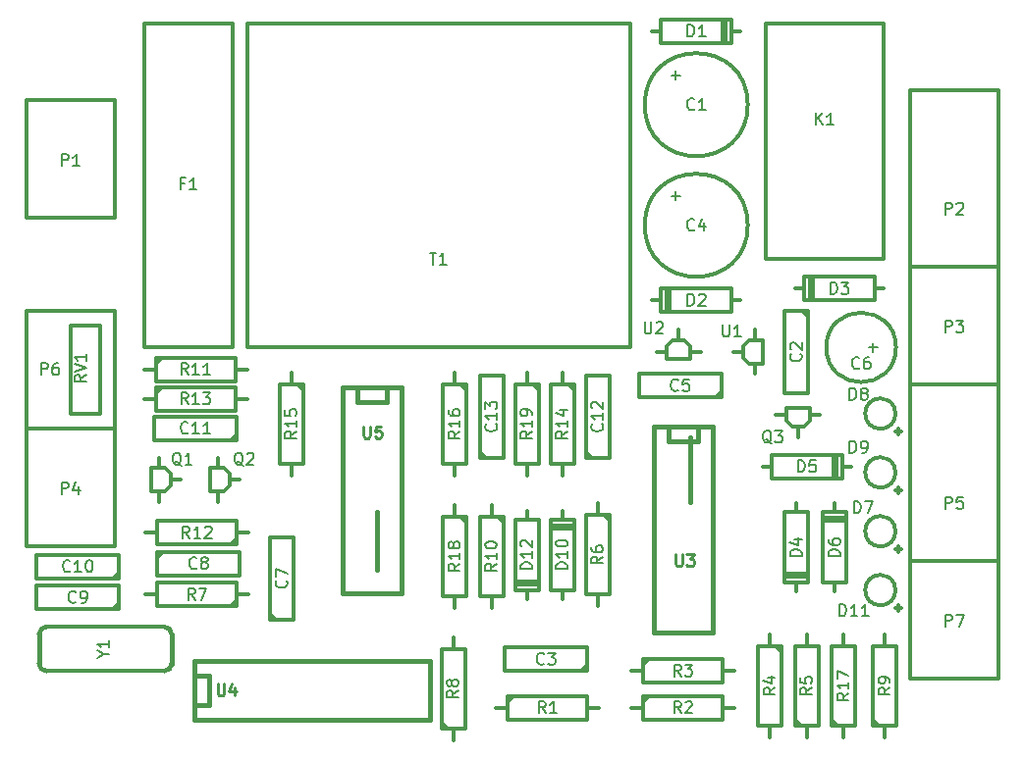
<source format=gto>
G04 #@! TF.GenerationSoftware,KiCad,Pcbnew,(5.0.1-3-g963ef8bb5)*
G04 #@! TF.CreationDate,2019-01-03T16:06:43+01:00*
G04 #@! TF.ProjectId,AnalogEVSE,416E616C6F67455653452E6B69636164,1.6*
G04 #@! TF.SameCoordinates,Original*
G04 #@! TF.FileFunction,Legend,Top*
G04 #@! TF.FilePolarity,Positive*
%FSLAX46Y46*%
G04 Gerber Fmt 4.6, Leading zero omitted, Abs format (unit mm)*
G04 Created by KiCad (PCBNEW (5.0.1-3-g963ef8bb5)) date 2019 January 03, Thursday 16:06:43*
%MOMM*%
%LPD*%
G01*
G04 APERTURE LIST*
%ADD10C,0.400000*%
%ADD11C,0.200000*%
%ADD12C,0.150000*%
%ADD13C,0.304800*%
%ADD14C,0.381000*%
%ADD15C,0.380000*%
%ADD16C,0.300000*%
%ADD17C,0.203200*%
%ADD18C,0.250000*%
G04 APERTURE END LIST*
D10*
X164592000Y-72136000D02*
X164592000Y-66573400D01*
D11*
X137541000Y-77978000D02*
X137668000Y-77978000D01*
D10*
X137541000Y-73025000D02*
X137541000Y-77978000D01*
D12*
G04 #@! TO.C,C1*
X163703000Y-35306000D02*
X162941000Y-35306000D01*
X163322000Y-34925000D02*
X163322000Y-35687000D01*
D13*
X169545000Y-37846000D02*
G75*
G03X169545000Y-37846000I-4445000J0D01*
G01*
G04 #@! TO.C,C2*
X174752000Y-55626000D02*
X174752000Y-62738000D01*
X174752000Y-62738000D02*
X172720000Y-62738000D01*
X172720000Y-62738000D02*
X172720000Y-55626000D01*
X172720000Y-55626000D02*
X174752000Y-55626000D01*
X174244000Y-55626000D02*
X174752000Y-56134000D01*
G04 #@! TO.C,C3*
X155702000Y-86741000D02*
X148590000Y-86741000D01*
X148590000Y-86741000D02*
X148590000Y-84709000D01*
X148590000Y-84709000D02*
X155702000Y-84709000D01*
X155702000Y-84709000D02*
X155702000Y-86741000D01*
X155702000Y-86233000D02*
X155194000Y-86741000D01*
D12*
G04 #@! TO.C,C4*
X163703000Y-45720000D02*
X162941000Y-45720000D01*
X163322000Y-45339000D02*
X163322000Y-46101000D01*
D13*
X169545000Y-48260000D02*
G75*
G03X169545000Y-48260000I-4445000J0D01*
G01*
G04 #@! TO.C,C5*
X167259000Y-63119000D02*
X160147000Y-63119000D01*
X160147000Y-63119000D02*
X160147000Y-61087000D01*
X160147000Y-61087000D02*
X167259000Y-61087000D01*
X167259000Y-61087000D02*
X167259000Y-63119000D01*
X167259000Y-62611000D02*
X166751000Y-63119000D01*
G04 #@! TO.C,C7*
X128371600Y-82321400D02*
X128371600Y-75209400D01*
X128371600Y-75209400D02*
X130403600Y-75209400D01*
X130403600Y-75209400D02*
X130403600Y-82321400D01*
X130403600Y-82321400D02*
X128371600Y-82321400D01*
X128879600Y-82321400D02*
X128371600Y-81813400D01*
G04 #@! TO.C,C8*
X118618000Y-76454000D02*
X125730000Y-76454000D01*
X125730000Y-76454000D02*
X125730000Y-78486000D01*
X125730000Y-78486000D02*
X118618000Y-78486000D01*
X118618000Y-78486000D02*
X118618000Y-76454000D01*
X118618000Y-76962000D02*
X119126000Y-76454000D01*
G04 #@! TO.C,C9*
X115316000Y-81407000D02*
X108204000Y-81407000D01*
X108204000Y-81407000D02*
X108204000Y-79375000D01*
X108204000Y-79375000D02*
X115316000Y-79375000D01*
X115316000Y-79375000D02*
X115316000Y-81407000D01*
X115316000Y-80899000D02*
X114808000Y-81407000D01*
G04 #@! TO.C,C10*
X115316000Y-78740000D02*
X108204000Y-78740000D01*
X108204000Y-78740000D02*
X108204000Y-76708000D01*
X108204000Y-76708000D02*
X115316000Y-76708000D01*
X115316000Y-76708000D02*
X115316000Y-78740000D01*
X115316000Y-78232000D02*
X114808000Y-78740000D01*
G04 #@! TO.C,C11*
X125476000Y-66802000D02*
X118364000Y-66802000D01*
X118364000Y-66802000D02*
X118364000Y-64770000D01*
X118364000Y-64770000D02*
X125476000Y-64770000D01*
X125476000Y-64770000D02*
X125476000Y-66802000D01*
X125476000Y-66294000D02*
X124968000Y-66802000D01*
G04 #@! TO.C,C12*
X155575000Y-68326000D02*
X155575000Y-61214000D01*
X155575000Y-61214000D02*
X157607000Y-61214000D01*
X157607000Y-61214000D02*
X157607000Y-68326000D01*
X157607000Y-68326000D02*
X155575000Y-68326000D01*
X156083000Y-68326000D02*
X155575000Y-67818000D01*
G04 #@! TO.C,C13*
X146431000Y-68326000D02*
X146431000Y-61214000D01*
X146431000Y-61214000D02*
X148463000Y-61214000D01*
X148463000Y-61214000D02*
X148463000Y-68326000D01*
X148463000Y-68326000D02*
X146431000Y-68326000D01*
X146939000Y-68326000D02*
X146431000Y-67818000D01*
G04 #@! TO.C,D1*
X168910000Y-31496000D02*
X168148000Y-31496000D01*
X168148000Y-31496000D02*
X168148000Y-30480000D01*
X168148000Y-30480000D02*
X162052000Y-30480000D01*
X162052000Y-30480000D02*
X162052000Y-31496000D01*
X162052000Y-31496000D02*
X161290000Y-31496000D01*
X162052000Y-31496000D02*
X162052000Y-32512000D01*
X162052000Y-32512000D02*
X168148000Y-32512000D01*
X168148000Y-32512000D02*
X168148000Y-31496000D01*
X167640000Y-30480000D02*
X167640000Y-32512000D01*
X167386000Y-32512000D02*
X167386000Y-30480000D01*
G04 #@! TO.C,D3*
X173609000Y-53721000D02*
X174371000Y-53721000D01*
X174371000Y-53721000D02*
X174371000Y-54737000D01*
X174371000Y-54737000D02*
X180467000Y-54737000D01*
X180467000Y-54737000D02*
X180467000Y-53721000D01*
X180467000Y-53721000D02*
X181229000Y-53721000D01*
X180467000Y-53721000D02*
X180467000Y-52705000D01*
X180467000Y-52705000D02*
X174371000Y-52705000D01*
X174371000Y-52705000D02*
X174371000Y-53721000D01*
X174879000Y-54737000D02*
X174879000Y-52705000D01*
X175133000Y-52705000D02*
X175133000Y-54737000D01*
G04 #@! TO.C,D6*
X177038000Y-72263000D02*
X177038000Y-73025000D01*
X177038000Y-73025000D02*
X176022000Y-73025000D01*
X176022000Y-73025000D02*
X176022000Y-79121000D01*
X176022000Y-79121000D02*
X177038000Y-79121000D01*
X177038000Y-79121000D02*
X177038000Y-79883000D01*
X177038000Y-79121000D02*
X178054000Y-79121000D01*
X178054000Y-79121000D02*
X178054000Y-73025000D01*
X178054000Y-73025000D02*
X177038000Y-73025000D01*
X176022000Y-73533000D02*
X178054000Y-73533000D01*
X178054000Y-73787000D02*
X176022000Y-73787000D01*
G04 #@! TO.C,F1*
X125095000Y-58801000D02*
X125095000Y-30861000D01*
X117475000Y-58801000D02*
X117475000Y-30861000D01*
X117475000Y-30861000D02*
X125095000Y-30861000D01*
X125095000Y-58801000D02*
X117475000Y-58801000D01*
G04 #@! TO.C,K1*
X181229000Y-30861000D02*
X171069000Y-30861000D01*
X171069000Y-30861000D02*
X171069000Y-51181000D01*
X171069000Y-51181000D02*
X181229000Y-51181000D01*
X181229000Y-51181000D02*
X181229000Y-30861000D01*
G04 #@! TO.C,P1*
X107315000Y-47625000D02*
X114935000Y-47625000D01*
X114935000Y-47625000D02*
X114935000Y-37465000D01*
X114935000Y-37465000D02*
X107315000Y-37465000D01*
X107315000Y-37465000D02*
X107315000Y-47625000D01*
G04 #@! TO.C,P2*
X183515000Y-51816000D02*
X191135000Y-51816000D01*
X191135000Y-51816000D02*
X191135000Y-36576000D01*
X191135000Y-36576000D02*
X183515000Y-36576000D01*
X183515000Y-36576000D02*
X183515000Y-51816000D01*
G04 #@! TO.C,P3*
X183515000Y-61976000D02*
X191135000Y-61976000D01*
X191135000Y-61976000D02*
X191135000Y-51816000D01*
X191135000Y-51816000D02*
X183515000Y-51816000D01*
X183515000Y-51816000D02*
X183515000Y-61976000D01*
G04 #@! TO.C,P4*
X107315000Y-75946000D02*
X114935000Y-75946000D01*
X114935000Y-75946000D02*
X114935000Y-65786000D01*
X114935000Y-65786000D02*
X107315000Y-65786000D01*
X107315000Y-65786000D02*
X107315000Y-75946000D01*
G04 #@! TO.C,P5*
X183515000Y-77216000D02*
X191135000Y-77216000D01*
X191135000Y-77216000D02*
X191135000Y-61976000D01*
X191135000Y-61976000D02*
X183515000Y-61976000D01*
X183515000Y-61976000D02*
X183515000Y-77216000D01*
G04 #@! TO.C,P6*
X114935000Y-55626000D02*
X107315000Y-55626000D01*
X107315000Y-55626000D02*
X107315000Y-65786000D01*
X107315000Y-65786000D02*
X114935000Y-65786000D01*
X114935000Y-65786000D02*
X114935000Y-55626000D01*
G04 #@! TO.C,P7*
X183515000Y-87376000D02*
X191135000Y-87376000D01*
X191135000Y-87376000D02*
X191135000Y-77216000D01*
X191135000Y-77216000D02*
X183515000Y-77216000D01*
X183515000Y-77216000D02*
X183515000Y-87376000D01*
G04 #@! TO.C,Q1*
X118110000Y-71247000D02*
X119253000Y-71247000D01*
X119253000Y-71247000D02*
X119761000Y-70739000D01*
X119761000Y-70739000D02*
X119761000Y-69723000D01*
X119761000Y-69723000D02*
X119253000Y-69215000D01*
X119253000Y-69215000D02*
X118110000Y-69215000D01*
X118110000Y-69215000D02*
X118110000Y-71247000D01*
X118745000Y-68326000D02*
X118745000Y-69215000D01*
X118745000Y-72136000D02*
X118745000Y-71247000D01*
X120650000Y-70231000D02*
X119761000Y-70231000D01*
G04 #@! TO.C,U1*
X170815000Y-58166000D02*
X169672000Y-58166000D01*
X169672000Y-58166000D02*
X169164000Y-58674000D01*
X169164000Y-58674000D02*
X169164000Y-59690000D01*
X169164000Y-59690000D02*
X169672000Y-60198000D01*
X169672000Y-60198000D02*
X170815000Y-60198000D01*
X170815000Y-60198000D02*
X170815000Y-58166000D01*
X170180000Y-61087000D02*
X170180000Y-60198000D01*
X170180000Y-57277000D02*
X170180000Y-58166000D01*
X168275000Y-59182000D02*
X169164000Y-59182000D01*
G04 #@! TO.C,U2*
X164592000Y-59817000D02*
X164592000Y-58674000D01*
X164592000Y-58674000D02*
X164084000Y-58166000D01*
X164084000Y-58166000D02*
X163068000Y-58166000D01*
X163068000Y-58166000D02*
X162560000Y-58674000D01*
X162560000Y-58674000D02*
X162560000Y-59817000D01*
X162560000Y-59817000D02*
X164592000Y-59817000D01*
X161671000Y-59182000D02*
X162560000Y-59182000D01*
X165481000Y-59182000D02*
X164592000Y-59182000D01*
X163576000Y-57277000D02*
X163576000Y-58166000D01*
D14*
G04 #@! TO.C,U4*
X142113000Y-90932000D02*
X121793000Y-90932000D01*
X142113000Y-85852000D02*
X121793000Y-85852000D01*
X121793000Y-90932000D02*
X121793000Y-85852000D01*
X121793000Y-87122000D02*
X123063000Y-87122000D01*
X123063000Y-87122000D02*
X123063000Y-89662000D01*
X123063000Y-89662000D02*
X121793000Y-89662000D01*
X142113000Y-85852000D02*
X142113000Y-90932000D01*
D15*
G04 #@! TO.C,Y1*
X119227600Y-86741000D02*
X109067600Y-86741000D01*
X109067600Y-82931000D02*
X119227600Y-82931000D01*
D14*
X108432600Y-86106000D02*
X108432600Y-83566000D01*
X119862600Y-83566000D02*
X119862600Y-86106000D01*
X119227600Y-86741000D02*
G75*
G03X119862600Y-86106000I0J635000D01*
G01*
X119862600Y-83566000D02*
G75*
G03X119227600Y-82931000I-635000J0D01*
G01*
X108432600Y-86106000D02*
G75*
G03X109067600Y-86741000I635000J0D01*
G01*
X109067600Y-82931000D02*
G75*
G03X108432600Y-83566000I0J-635000D01*
G01*
D16*
G04 #@! TO.C,R1*
X148844000Y-88900000D02*
X155702000Y-88900000D01*
X148844000Y-90932000D02*
X155702000Y-90932000D01*
D12*
X155702000Y-90932000D02*
X148844000Y-90932000D01*
D13*
X147828000Y-89916000D02*
X148844000Y-89916000D01*
D16*
X148844000Y-89916000D02*
X148844000Y-88900000D01*
X155702000Y-88900000D02*
X155702000Y-90932000D01*
X148844000Y-90932000D02*
X148844000Y-89916000D01*
D13*
X148844000Y-89408000D02*
X149352000Y-88900000D01*
X156718000Y-89916000D02*
X155702000Y-89916000D01*
D16*
G04 #@! TO.C,R2*
X160528000Y-88900000D02*
X167386000Y-88900000D01*
X160528000Y-90932000D02*
X167386000Y-90932000D01*
D12*
X167386000Y-90932000D02*
X160528000Y-90932000D01*
D13*
X159512000Y-89916000D02*
X160528000Y-89916000D01*
D16*
X160528000Y-89916000D02*
X160528000Y-88900000D01*
X167386000Y-88900000D02*
X167386000Y-90932000D01*
X160528000Y-90932000D02*
X160528000Y-89916000D01*
D13*
X160528000Y-89408000D02*
X161036000Y-88900000D01*
X168402000Y-89916000D02*
X167386000Y-89916000D01*
D16*
G04 #@! TO.C,R3*
X160528000Y-85725000D02*
X167386000Y-85725000D01*
X160528000Y-87757000D02*
X167386000Y-87757000D01*
D12*
X167386000Y-87757000D02*
X160528000Y-87757000D01*
D13*
X159512000Y-86741000D02*
X160528000Y-86741000D01*
D16*
X160528000Y-86741000D02*
X160528000Y-85725000D01*
X167386000Y-85725000D02*
X167386000Y-87757000D01*
X160528000Y-87757000D02*
X160528000Y-86741000D01*
D13*
X160528000Y-86233000D02*
X161036000Y-85725000D01*
X168402000Y-86741000D02*
X167386000Y-86741000D01*
D16*
G04 #@! TO.C,R4*
X172466000Y-84582000D02*
X172466000Y-91440000D01*
X170434000Y-84582000D02*
X170434000Y-91440000D01*
D12*
X170434000Y-91440000D02*
X170434000Y-84582000D01*
D13*
X171450000Y-83566000D02*
X171450000Y-84582000D01*
D16*
X171450000Y-84582000D02*
X172466000Y-84582000D01*
X172466000Y-91440000D02*
X170434000Y-91440000D01*
X170434000Y-84582000D02*
X171450000Y-84582000D01*
D13*
X171958000Y-84582000D02*
X172466000Y-85090000D01*
X171450000Y-92456000D02*
X171450000Y-91440000D01*
D16*
G04 #@! TO.C,R5*
X173609000Y-91440000D02*
X173609000Y-84582000D01*
X175641000Y-91440000D02*
X175641000Y-84582000D01*
D12*
X175641000Y-84582000D02*
X175641000Y-91440000D01*
D13*
X174625000Y-92456000D02*
X174625000Y-91440000D01*
D16*
X174625000Y-91440000D02*
X173609000Y-91440000D01*
X173609000Y-84582000D02*
X175641000Y-84582000D01*
X175641000Y-91440000D02*
X174625000Y-91440000D01*
D13*
X174117000Y-91440000D02*
X173609000Y-90932000D01*
X174625000Y-83566000D02*
X174625000Y-84582000D01*
D16*
G04 #@! TO.C,R6*
X157607000Y-73279000D02*
X157607000Y-80137000D01*
X155575000Y-73279000D02*
X155575000Y-80137000D01*
D12*
X155575000Y-80137000D02*
X155575000Y-73279000D01*
D13*
X156591000Y-72263000D02*
X156591000Y-73279000D01*
D16*
X156591000Y-73279000D02*
X157607000Y-73279000D01*
X157607000Y-80137000D02*
X155575000Y-80137000D01*
X155575000Y-73279000D02*
X156591000Y-73279000D01*
D13*
X157099000Y-73279000D02*
X157607000Y-73787000D01*
X156591000Y-81153000D02*
X156591000Y-80137000D01*
D16*
G04 #@! TO.C,R7*
X125476000Y-81153000D02*
X118618000Y-81153000D01*
X125476000Y-79121000D02*
X118618000Y-79121000D01*
D12*
X118618000Y-79121000D02*
X125476000Y-79121000D01*
D13*
X126492000Y-80137000D02*
X125476000Y-80137000D01*
D16*
X125476000Y-80137000D02*
X125476000Y-81153000D01*
X118618000Y-81153000D02*
X118618000Y-79121000D01*
X125476000Y-79121000D02*
X125476000Y-80137000D01*
D13*
X125476000Y-80645000D02*
X124968000Y-81153000D01*
X117602000Y-80137000D02*
X118618000Y-80137000D01*
D16*
G04 #@! TO.C,R8*
X143129000Y-91694000D02*
X143129000Y-84836000D01*
X145161000Y-91694000D02*
X145161000Y-84836000D01*
D12*
X145161000Y-84836000D02*
X145161000Y-91694000D01*
D13*
X144145000Y-92710000D02*
X144145000Y-91694000D01*
D16*
X144145000Y-91694000D02*
X143129000Y-91694000D01*
X143129000Y-84836000D02*
X145161000Y-84836000D01*
X145161000Y-91694000D02*
X144145000Y-91694000D01*
D13*
X143637000Y-91694000D02*
X143129000Y-91186000D01*
X144145000Y-83820000D02*
X144145000Y-84836000D01*
D16*
G04 #@! TO.C,R9*
X180340000Y-91440000D02*
X180340000Y-84582000D01*
X182372000Y-91440000D02*
X182372000Y-84582000D01*
D12*
X182372000Y-84582000D02*
X182372000Y-91440000D01*
D13*
X181356000Y-92456000D02*
X181356000Y-91440000D01*
D16*
X181356000Y-91440000D02*
X180340000Y-91440000D01*
X180340000Y-84582000D02*
X182372000Y-84582000D01*
X182372000Y-91440000D02*
X181356000Y-91440000D01*
D13*
X180848000Y-91440000D02*
X180340000Y-90932000D01*
X181356000Y-83566000D02*
X181356000Y-84582000D01*
D16*
G04 #@! TO.C,R10*
X148463000Y-73406000D02*
X148463000Y-80264000D01*
X146431000Y-73406000D02*
X146431000Y-80264000D01*
D12*
X146431000Y-80264000D02*
X146431000Y-73406000D01*
D13*
X147447000Y-72390000D02*
X147447000Y-73406000D01*
D16*
X147447000Y-73406000D02*
X148463000Y-73406000D01*
X148463000Y-80264000D02*
X146431000Y-80264000D01*
X146431000Y-73406000D02*
X147447000Y-73406000D01*
D13*
X147955000Y-73406000D02*
X148463000Y-73914000D01*
X147447000Y-81280000D02*
X147447000Y-80264000D01*
D16*
G04 #@! TO.C,R11*
X118491000Y-59690000D02*
X125349000Y-59690000D01*
X118491000Y-61722000D02*
X125349000Y-61722000D01*
D12*
X125349000Y-61722000D02*
X118491000Y-61722000D01*
D13*
X117475000Y-60706000D02*
X118491000Y-60706000D01*
D16*
X118491000Y-60706000D02*
X118491000Y-59690000D01*
X125349000Y-59690000D02*
X125349000Y-61722000D01*
X118491000Y-61722000D02*
X118491000Y-60706000D01*
D13*
X118491000Y-60198000D02*
X118999000Y-59690000D01*
X126365000Y-60706000D02*
X125349000Y-60706000D01*
D16*
G04 #@! TO.C,R12*
X125476000Y-75819000D02*
X118618000Y-75819000D01*
X125476000Y-73787000D02*
X118618000Y-73787000D01*
D12*
X118618000Y-73787000D02*
X125476000Y-73787000D01*
D13*
X126492000Y-74803000D02*
X125476000Y-74803000D01*
D16*
X125476000Y-74803000D02*
X125476000Y-75819000D01*
X118618000Y-75819000D02*
X118618000Y-73787000D01*
X125476000Y-73787000D02*
X125476000Y-74803000D01*
D13*
X125476000Y-75311000D02*
X124968000Y-75819000D01*
X117602000Y-74803000D02*
X118618000Y-74803000D01*
D16*
G04 #@! TO.C,R13*
X118491000Y-62230000D02*
X125349000Y-62230000D01*
X118491000Y-64262000D02*
X125349000Y-64262000D01*
D12*
X125349000Y-64262000D02*
X118491000Y-64262000D01*
D13*
X117475000Y-63246000D02*
X118491000Y-63246000D01*
D16*
X118491000Y-63246000D02*
X118491000Y-62230000D01*
X125349000Y-62230000D02*
X125349000Y-64262000D01*
X118491000Y-64262000D02*
X118491000Y-63246000D01*
D13*
X118491000Y-62738000D02*
X118999000Y-62230000D01*
X126365000Y-63246000D02*
X125349000Y-63246000D01*
D16*
G04 #@! TO.C,R14*
X154559000Y-61976000D02*
X154559000Y-68834000D01*
X152527000Y-61976000D02*
X152527000Y-68834000D01*
D12*
X152527000Y-68834000D02*
X152527000Y-61976000D01*
D13*
X153543000Y-60960000D02*
X153543000Y-61976000D01*
D16*
X153543000Y-61976000D02*
X154559000Y-61976000D01*
X154559000Y-68834000D02*
X152527000Y-68834000D01*
X152527000Y-61976000D02*
X153543000Y-61976000D01*
D13*
X154051000Y-61976000D02*
X154559000Y-62484000D01*
X153543000Y-69850000D02*
X153543000Y-68834000D01*
D16*
G04 #@! TO.C,R15*
X131191000Y-61976000D02*
X131191000Y-68834000D01*
X129159000Y-61976000D02*
X129159000Y-68834000D01*
D12*
X129159000Y-68834000D02*
X129159000Y-61976000D01*
D13*
X130175000Y-60960000D02*
X130175000Y-61976000D01*
D16*
X130175000Y-61976000D02*
X131191000Y-61976000D01*
X131191000Y-68834000D02*
X129159000Y-68834000D01*
X129159000Y-61976000D02*
X130175000Y-61976000D01*
D13*
X130683000Y-61976000D02*
X131191000Y-62484000D01*
X130175000Y-69850000D02*
X130175000Y-68834000D01*
D16*
G04 #@! TO.C,R16*
X145288000Y-61976000D02*
X145288000Y-68834000D01*
X143256000Y-61976000D02*
X143256000Y-68834000D01*
D12*
X143256000Y-68834000D02*
X143256000Y-61976000D01*
D13*
X144272000Y-60960000D02*
X144272000Y-61976000D01*
D16*
X144272000Y-61976000D02*
X145288000Y-61976000D01*
X145288000Y-68834000D02*
X143256000Y-68834000D01*
X143256000Y-61976000D02*
X144272000Y-61976000D01*
D13*
X144780000Y-61976000D02*
X145288000Y-62484000D01*
X144272000Y-69850000D02*
X144272000Y-68834000D01*
D12*
G04 #@! TO.C,C6*
X180340000Y-58420000D02*
X180340000Y-59182000D01*
X179959000Y-58801000D02*
X180721000Y-58801000D01*
D13*
X182324000Y-58801000D02*
G75*
G03X182324000Y-58801000I-3000000J0D01*
G01*
G04 #@! TO.C,D2*
X161290000Y-54737000D02*
X162052000Y-54737000D01*
X162052000Y-54737000D02*
X162052000Y-55753000D01*
X162052000Y-55753000D02*
X168148000Y-55753000D01*
X168148000Y-55753000D02*
X168148000Y-54737000D01*
X168148000Y-54737000D02*
X168910000Y-54737000D01*
X168148000Y-54737000D02*
X168148000Y-53721000D01*
X168148000Y-53721000D02*
X162052000Y-53721000D01*
X162052000Y-53721000D02*
X162052000Y-54737000D01*
X162560000Y-55753000D02*
X162560000Y-53721000D01*
X162814000Y-53721000D02*
X162814000Y-55753000D01*
G04 #@! TO.C,D7*
X182245000Y-76200000D02*
X182753000Y-76200000D01*
X182499000Y-76454000D02*
X182499000Y-75946000D01*
X182282545Y-74676000D02*
G75*
G03X182282545Y-74676000I-1307545J0D01*
G01*
G04 #@! TO.C,D8*
X182245000Y-66040000D02*
X182753000Y-66040000D01*
X182499000Y-66294000D02*
X182499000Y-65786000D01*
X182282545Y-64516000D02*
G75*
G03X182282545Y-64516000I-1307545J0D01*
G01*
G04 #@! TO.C,D9*
X182245000Y-71120000D02*
X182753000Y-71120000D01*
X182499000Y-71374000D02*
X182499000Y-70866000D01*
X182282545Y-69596000D02*
G75*
G03X182282545Y-69596000I-1307545J0D01*
G01*
G04 #@! TO.C,D10*
X153543000Y-72898000D02*
X153543000Y-73660000D01*
X153543000Y-73660000D02*
X152527000Y-73660000D01*
X152527000Y-73660000D02*
X152527000Y-79756000D01*
X152527000Y-79756000D02*
X153543000Y-79756000D01*
X153543000Y-79756000D02*
X153543000Y-80518000D01*
X153543000Y-79756000D02*
X154559000Y-79756000D01*
X154559000Y-79756000D02*
X154559000Y-73660000D01*
X154559000Y-73660000D02*
X153543000Y-73660000D01*
X152527000Y-74168000D02*
X154559000Y-74168000D01*
X154559000Y-74422000D02*
X152527000Y-74422000D01*
G04 #@! TO.C,D11*
X182245000Y-81280000D02*
X182753000Y-81280000D01*
X182499000Y-81534000D02*
X182499000Y-81026000D01*
X182282545Y-79756000D02*
G75*
G03X182282545Y-79756000I-1307545J0D01*
G01*
G04 #@! TO.C,D12*
X150495000Y-80518000D02*
X150495000Y-79756000D01*
X150495000Y-79756000D02*
X151511000Y-79756000D01*
X151511000Y-79756000D02*
X151511000Y-73660000D01*
X151511000Y-73660000D02*
X150495000Y-73660000D01*
X150495000Y-73660000D02*
X150495000Y-72898000D01*
X150495000Y-73660000D02*
X149479000Y-73660000D01*
X149479000Y-73660000D02*
X149479000Y-79756000D01*
X149479000Y-79756000D02*
X150495000Y-79756000D01*
X151511000Y-79248000D02*
X149479000Y-79248000D01*
X149479000Y-78994000D02*
X151511000Y-78994000D01*
G04 #@! TO.C,Q2*
X123190000Y-71247000D02*
X124333000Y-71247000D01*
X124333000Y-71247000D02*
X124841000Y-70739000D01*
X124841000Y-70739000D02*
X124841000Y-69723000D01*
X124841000Y-69723000D02*
X124333000Y-69215000D01*
X124333000Y-69215000D02*
X123190000Y-69215000D01*
X123190000Y-69215000D02*
X123190000Y-71247000D01*
X123825000Y-68326000D02*
X123825000Y-69215000D01*
X123825000Y-72136000D02*
X123825000Y-71247000D01*
X125730000Y-70231000D02*
X124841000Y-70231000D01*
D16*
G04 #@! TO.C,R17*
X176784000Y-91440000D02*
X176784000Y-84582000D01*
X178816000Y-91440000D02*
X178816000Y-84582000D01*
D12*
X178816000Y-84582000D02*
X178816000Y-91440000D01*
D13*
X177800000Y-92456000D02*
X177800000Y-91440000D01*
D16*
X177800000Y-91440000D02*
X176784000Y-91440000D01*
X176784000Y-84582000D02*
X178816000Y-84582000D01*
X178816000Y-91440000D02*
X177800000Y-91440000D01*
D13*
X177292000Y-91440000D02*
X176784000Y-90932000D01*
X177800000Y-83566000D02*
X177800000Y-84582000D01*
D16*
G04 #@! TO.C,R18*
X145288000Y-73406000D02*
X145288000Y-80264000D01*
X143256000Y-73406000D02*
X143256000Y-80264000D01*
D12*
X143256000Y-80264000D02*
X143256000Y-73406000D01*
D13*
X144272000Y-72390000D02*
X144272000Y-73406000D01*
D16*
X144272000Y-73406000D02*
X145288000Y-73406000D01*
X145288000Y-80264000D02*
X143256000Y-80264000D01*
X143256000Y-73406000D02*
X144272000Y-73406000D01*
D13*
X144780000Y-73406000D02*
X145288000Y-73914000D01*
X144272000Y-81280000D02*
X144272000Y-80264000D01*
D16*
G04 #@! TO.C,R19*
X151511000Y-61976000D02*
X151511000Y-68834000D01*
X149479000Y-61976000D02*
X149479000Y-68834000D01*
D12*
X149479000Y-68834000D02*
X149479000Y-61976000D01*
D13*
X150495000Y-60960000D02*
X150495000Y-61976000D01*
D16*
X150495000Y-61976000D02*
X151511000Y-61976000D01*
X151511000Y-68834000D02*
X149479000Y-68834000D01*
X149479000Y-61976000D02*
X150495000Y-61976000D01*
D13*
X151003000Y-61976000D02*
X151511000Y-62484000D01*
X150495000Y-69850000D02*
X150495000Y-68834000D01*
G04 #@! TO.C,Q3*
X172847000Y-64008000D02*
X172847000Y-65151000D01*
X172847000Y-65151000D02*
X173355000Y-65659000D01*
X173355000Y-65659000D02*
X174371000Y-65659000D01*
X174371000Y-65659000D02*
X174879000Y-65151000D01*
X174879000Y-65151000D02*
X174879000Y-64008000D01*
X174879000Y-64008000D02*
X172847000Y-64008000D01*
X175768000Y-64643000D02*
X174879000Y-64643000D01*
X171958000Y-64643000D02*
X172847000Y-64643000D01*
X173863000Y-66548000D02*
X173863000Y-65659000D01*
G04 #@! TO.C,D4*
X173736000Y-72263000D02*
X173736000Y-73025000D01*
X173736000Y-73025000D02*
X172720000Y-73025000D01*
X172720000Y-73025000D02*
X172720000Y-79121000D01*
X172720000Y-79121000D02*
X173736000Y-79121000D01*
X173736000Y-79121000D02*
X173736000Y-79883000D01*
X173736000Y-79121000D02*
X174752000Y-79121000D01*
X174752000Y-79121000D02*
X174752000Y-73025000D01*
X174752000Y-73025000D02*
X173736000Y-73025000D01*
X172720000Y-78613000D02*
X174752000Y-78613000D01*
X174752000Y-78359000D02*
X172720000Y-78359000D01*
G04 #@! TO.C,D5*
X170815000Y-69088000D02*
X171577000Y-69088000D01*
X171577000Y-69088000D02*
X171577000Y-70104000D01*
X171577000Y-70104000D02*
X177673000Y-70104000D01*
X177673000Y-70104000D02*
X177673000Y-69088000D01*
X177673000Y-69088000D02*
X178435000Y-69088000D01*
X177673000Y-69088000D02*
X177673000Y-68072000D01*
X177673000Y-68072000D02*
X171577000Y-68072000D01*
X171577000Y-68072000D02*
X171577000Y-69088000D01*
X177165000Y-70104000D02*
X177165000Y-68072000D01*
X176911000Y-68072000D02*
X176911000Y-70104000D01*
G04 #@! TO.C,RV1*
X113665000Y-56896000D02*
X111125000Y-56896000D01*
X111125000Y-56896000D02*
X111125000Y-64516000D01*
X111125000Y-64516000D02*
X113665000Y-64516000D01*
X113665000Y-64516000D02*
X113665000Y-56896000D01*
D14*
G04 #@! TO.C,U3*
X166497000Y-65659000D02*
X166497000Y-83439000D01*
X161417000Y-83439000D02*
X161417000Y-65659000D01*
X161417000Y-65659000D02*
X166497000Y-65659000D01*
X165227000Y-65659000D02*
X165227000Y-66929000D01*
X165227000Y-66929000D02*
X162687000Y-66929000D01*
X162687000Y-66929000D02*
X162687000Y-65659000D01*
X166497000Y-83439000D02*
X161417000Y-83439000D01*
G04 #@! TO.C,U5*
X139700000Y-62230000D02*
X139700000Y-80010000D01*
X134620000Y-80010000D02*
X134620000Y-62230000D01*
X134620000Y-62230000D02*
X139700000Y-62230000D01*
X138430000Y-62230000D02*
X138430000Y-63500000D01*
X138430000Y-63500000D02*
X135890000Y-63500000D01*
X135890000Y-63500000D02*
X135890000Y-62230000D01*
X139700000Y-80010000D02*
X134620000Y-80010000D01*
D13*
G04 #@! TO.C,T1*
X126365000Y-30861000D02*
X159385000Y-30861000D01*
X126365000Y-58801000D02*
X159385000Y-58801000D01*
X126365000Y-30861000D02*
X126365000Y-58801000D01*
X159385000Y-58801000D02*
X159385000Y-30861000D01*
G04 #@! TO.C,C1*
D17*
X164930666Y-38208857D02*
X164882285Y-38257238D01*
X164737142Y-38305619D01*
X164640380Y-38305619D01*
X164495238Y-38257238D01*
X164398476Y-38160476D01*
X164350095Y-38063714D01*
X164301714Y-37870190D01*
X164301714Y-37725047D01*
X164350095Y-37531523D01*
X164398476Y-37434761D01*
X164495238Y-37338000D01*
X164640380Y-37289619D01*
X164737142Y-37289619D01*
X164882285Y-37338000D01*
X164930666Y-37386380D01*
X165898285Y-38305619D02*
X165317714Y-38305619D01*
X165608000Y-38305619D02*
X165608000Y-37289619D01*
X165511238Y-37434761D01*
X165414476Y-37531523D01*
X165317714Y-37579904D01*
G04 #@! TO.C,C2*
X174098857Y-59351333D02*
X174147238Y-59399714D01*
X174195619Y-59544857D01*
X174195619Y-59641619D01*
X174147238Y-59786761D01*
X174050476Y-59883523D01*
X173953714Y-59931904D01*
X173760190Y-59980285D01*
X173615047Y-59980285D01*
X173421523Y-59931904D01*
X173324761Y-59883523D01*
X173228000Y-59786761D01*
X173179619Y-59641619D01*
X173179619Y-59544857D01*
X173228000Y-59399714D01*
X173276380Y-59351333D01*
X173276380Y-58964285D02*
X173228000Y-58915904D01*
X173179619Y-58819142D01*
X173179619Y-58577238D01*
X173228000Y-58480476D01*
X173276380Y-58432095D01*
X173373142Y-58383714D01*
X173469904Y-58383714D01*
X173615047Y-58432095D01*
X174195619Y-59012666D01*
X174195619Y-58383714D01*
G04 #@! TO.C,C3*
X151976666Y-86087857D02*
X151928285Y-86136238D01*
X151783142Y-86184619D01*
X151686380Y-86184619D01*
X151541238Y-86136238D01*
X151444476Y-86039476D01*
X151396095Y-85942714D01*
X151347714Y-85749190D01*
X151347714Y-85604047D01*
X151396095Y-85410523D01*
X151444476Y-85313761D01*
X151541238Y-85217000D01*
X151686380Y-85168619D01*
X151783142Y-85168619D01*
X151928285Y-85217000D01*
X151976666Y-85265380D01*
X152315333Y-85168619D02*
X152944285Y-85168619D01*
X152605619Y-85555666D01*
X152750761Y-85555666D01*
X152847523Y-85604047D01*
X152895904Y-85652428D01*
X152944285Y-85749190D01*
X152944285Y-85991095D01*
X152895904Y-86087857D01*
X152847523Y-86136238D01*
X152750761Y-86184619D01*
X152460476Y-86184619D01*
X152363714Y-86136238D01*
X152315333Y-86087857D01*
G04 #@! TO.C,C4*
X164930666Y-48622857D02*
X164882285Y-48671238D01*
X164737142Y-48719619D01*
X164640380Y-48719619D01*
X164495238Y-48671238D01*
X164398476Y-48574476D01*
X164350095Y-48477714D01*
X164301714Y-48284190D01*
X164301714Y-48139047D01*
X164350095Y-47945523D01*
X164398476Y-47848761D01*
X164495238Y-47752000D01*
X164640380Y-47703619D01*
X164737142Y-47703619D01*
X164882285Y-47752000D01*
X164930666Y-47800380D01*
X165801523Y-48042285D02*
X165801523Y-48719619D01*
X165559619Y-47655238D02*
X165317714Y-48380952D01*
X165946666Y-48380952D01*
G04 #@! TO.C,C5*
X163533666Y-62465857D02*
X163485285Y-62514238D01*
X163340142Y-62562619D01*
X163243380Y-62562619D01*
X163098238Y-62514238D01*
X163001476Y-62417476D01*
X162953095Y-62320714D01*
X162904714Y-62127190D01*
X162904714Y-61982047D01*
X162953095Y-61788523D01*
X163001476Y-61691761D01*
X163098238Y-61595000D01*
X163243380Y-61546619D01*
X163340142Y-61546619D01*
X163485285Y-61595000D01*
X163533666Y-61643380D01*
X164452904Y-61546619D02*
X163969095Y-61546619D01*
X163920714Y-62030428D01*
X163969095Y-61982047D01*
X164065857Y-61933666D01*
X164307761Y-61933666D01*
X164404523Y-61982047D01*
X164452904Y-62030428D01*
X164501285Y-62127190D01*
X164501285Y-62369095D01*
X164452904Y-62465857D01*
X164404523Y-62514238D01*
X164307761Y-62562619D01*
X164065857Y-62562619D01*
X163969095Y-62514238D01*
X163920714Y-62465857D01*
G04 #@! TO.C,C7*
X129750457Y-78934733D02*
X129798838Y-78983114D01*
X129847219Y-79128257D01*
X129847219Y-79225019D01*
X129798838Y-79370161D01*
X129702076Y-79466923D01*
X129605314Y-79515304D01*
X129411790Y-79563685D01*
X129266647Y-79563685D01*
X129073123Y-79515304D01*
X128976361Y-79466923D01*
X128879600Y-79370161D01*
X128831219Y-79225019D01*
X128831219Y-79128257D01*
X128879600Y-78983114D01*
X128927980Y-78934733D01*
X128831219Y-78596066D02*
X128831219Y-77918733D01*
X129847219Y-78354161D01*
G04 #@! TO.C,C8*
X122004666Y-77832857D02*
X121956285Y-77881238D01*
X121811142Y-77929619D01*
X121714380Y-77929619D01*
X121569238Y-77881238D01*
X121472476Y-77784476D01*
X121424095Y-77687714D01*
X121375714Y-77494190D01*
X121375714Y-77349047D01*
X121424095Y-77155523D01*
X121472476Y-77058761D01*
X121569238Y-76962000D01*
X121714380Y-76913619D01*
X121811142Y-76913619D01*
X121956285Y-76962000D01*
X122004666Y-77010380D01*
X122585238Y-77349047D02*
X122488476Y-77300666D01*
X122440095Y-77252285D01*
X122391714Y-77155523D01*
X122391714Y-77107142D01*
X122440095Y-77010380D01*
X122488476Y-76962000D01*
X122585238Y-76913619D01*
X122778761Y-76913619D01*
X122875523Y-76962000D01*
X122923904Y-77010380D01*
X122972285Y-77107142D01*
X122972285Y-77155523D01*
X122923904Y-77252285D01*
X122875523Y-77300666D01*
X122778761Y-77349047D01*
X122585238Y-77349047D01*
X122488476Y-77397428D01*
X122440095Y-77445809D01*
X122391714Y-77542571D01*
X122391714Y-77736095D01*
X122440095Y-77832857D01*
X122488476Y-77881238D01*
X122585238Y-77929619D01*
X122778761Y-77929619D01*
X122875523Y-77881238D01*
X122923904Y-77832857D01*
X122972285Y-77736095D01*
X122972285Y-77542571D01*
X122923904Y-77445809D01*
X122875523Y-77397428D01*
X122778761Y-77349047D01*
G04 #@! TO.C,C9*
X111590666Y-80753857D02*
X111542285Y-80802238D01*
X111397142Y-80850619D01*
X111300380Y-80850619D01*
X111155238Y-80802238D01*
X111058476Y-80705476D01*
X111010095Y-80608714D01*
X110961714Y-80415190D01*
X110961714Y-80270047D01*
X111010095Y-80076523D01*
X111058476Y-79979761D01*
X111155238Y-79883000D01*
X111300380Y-79834619D01*
X111397142Y-79834619D01*
X111542285Y-79883000D01*
X111590666Y-79931380D01*
X112074476Y-80850619D02*
X112268000Y-80850619D01*
X112364761Y-80802238D01*
X112413142Y-80753857D01*
X112509904Y-80608714D01*
X112558285Y-80415190D01*
X112558285Y-80028142D01*
X112509904Y-79931380D01*
X112461523Y-79883000D01*
X112364761Y-79834619D01*
X112171238Y-79834619D01*
X112074476Y-79883000D01*
X112026095Y-79931380D01*
X111977714Y-80028142D01*
X111977714Y-80270047D01*
X112026095Y-80366809D01*
X112074476Y-80415190D01*
X112171238Y-80463571D01*
X112364761Y-80463571D01*
X112461523Y-80415190D01*
X112509904Y-80366809D01*
X112558285Y-80270047D01*
G04 #@! TO.C,C10*
X111106857Y-78086857D02*
X111058476Y-78135238D01*
X110913333Y-78183619D01*
X110816571Y-78183619D01*
X110671428Y-78135238D01*
X110574666Y-78038476D01*
X110526285Y-77941714D01*
X110477904Y-77748190D01*
X110477904Y-77603047D01*
X110526285Y-77409523D01*
X110574666Y-77312761D01*
X110671428Y-77216000D01*
X110816571Y-77167619D01*
X110913333Y-77167619D01*
X111058476Y-77216000D01*
X111106857Y-77264380D01*
X112074476Y-78183619D02*
X111493904Y-78183619D01*
X111784190Y-78183619D02*
X111784190Y-77167619D01*
X111687428Y-77312761D01*
X111590666Y-77409523D01*
X111493904Y-77457904D01*
X112703428Y-77167619D02*
X112800190Y-77167619D01*
X112896952Y-77216000D01*
X112945333Y-77264380D01*
X112993714Y-77361142D01*
X113042095Y-77554666D01*
X113042095Y-77796571D01*
X112993714Y-77990095D01*
X112945333Y-78086857D01*
X112896952Y-78135238D01*
X112800190Y-78183619D01*
X112703428Y-78183619D01*
X112606666Y-78135238D01*
X112558285Y-78086857D01*
X112509904Y-77990095D01*
X112461523Y-77796571D01*
X112461523Y-77554666D01*
X112509904Y-77361142D01*
X112558285Y-77264380D01*
X112606666Y-77216000D01*
X112703428Y-77167619D01*
G04 #@! TO.C,C11*
X121266857Y-66148857D02*
X121218476Y-66197238D01*
X121073333Y-66245619D01*
X120976571Y-66245619D01*
X120831428Y-66197238D01*
X120734666Y-66100476D01*
X120686285Y-66003714D01*
X120637904Y-65810190D01*
X120637904Y-65665047D01*
X120686285Y-65471523D01*
X120734666Y-65374761D01*
X120831428Y-65278000D01*
X120976571Y-65229619D01*
X121073333Y-65229619D01*
X121218476Y-65278000D01*
X121266857Y-65326380D01*
X122234476Y-66245619D02*
X121653904Y-66245619D01*
X121944190Y-66245619D02*
X121944190Y-65229619D01*
X121847428Y-65374761D01*
X121750666Y-65471523D01*
X121653904Y-65519904D01*
X123202095Y-66245619D02*
X122621523Y-66245619D01*
X122911809Y-66245619D02*
X122911809Y-65229619D01*
X122815047Y-65374761D01*
X122718285Y-65471523D01*
X122621523Y-65519904D01*
G04 #@! TO.C,C12*
X156953857Y-65423142D02*
X157002238Y-65471523D01*
X157050619Y-65616666D01*
X157050619Y-65713428D01*
X157002238Y-65858571D01*
X156905476Y-65955333D01*
X156808714Y-66003714D01*
X156615190Y-66052095D01*
X156470047Y-66052095D01*
X156276523Y-66003714D01*
X156179761Y-65955333D01*
X156083000Y-65858571D01*
X156034619Y-65713428D01*
X156034619Y-65616666D01*
X156083000Y-65471523D01*
X156131380Y-65423142D01*
X157050619Y-64455523D02*
X157050619Y-65036095D01*
X157050619Y-64745809D02*
X156034619Y-64745809D01*
X156179761Y-64842571D01*
X156276523Y-64939333D01*
X156324904Y-65036095D01*
X156131380Y-64068476D02*
X156083000Y-64020095D01*
X156034619Y-63923333D01*
X156034619Y-63681428D01*
X156083000Y-63584666D01*
X156131380Y-63536285D01*
X156228142Y-63487904D01*
X156324904Y-63487904D01*
X156470047Y-63536285D01*
X157050619Y-64116857D01*
X157050619Y-63487904D01*
G04 #@! TO.C,C13*
X147809857Y-65423142D02*
X147858238Y-65471523D01*
X147906619Y-65616666D01*
X147906619Y-65713428D01*
X147858238Y-65858571D01*
X147761476Y-65955333D01*
X147664714Y-66003714D01*
X147471190Y-66052095D01*
X147326047Y-66052095D01*
X147132523Y-66003714D01*
X147035761Y-65955333D01*
X146939000Y-65858571D01*
X146890619Y-65713428D01*
X146890619Y-65616666D01*
X146939000Y-65471523D01*
X146987380Y-65423142D01*
X147906619Y-64455523D02*
X147906619Y-65036095D01*
X147906619Y-64745809D02*
X146890619Y-64745809D01*
X147035761Y-64842571D01*
X147132523Y-64939333D01*
X147180904Y-65036095D01*
X146890619Y-64116857D02*
X146890619Y-63487904D01*
X147277666Y-63826571D01*
X147277666Y-63681428D01*
X147326047Y-63584666D01*
X147374428Y-63536285D01*
X147471190Y-63487904D01*
X147713095Y-63487904D01*
X147809857Y-63536285D01*
X147858238Y-63584666D01*
X147906619Y-63681428D01*
X147906619Y-63971714D01*
X147858238Y-64068476D01*
X147809857Y-64116857D01*
G04 #@! TO.C,D1*
X164350095Y-31955619D02*
X164350095Y-30939619D01*
X164592000Y-30939619D01*
X164737142Y-30988000D01*
X164833904Y-31084761D01*
X164882285Y-31181523D01*
X164930666Y-31375047D01*
X164930666Y-31520190D01*
X164882285Y-31713714D01*
X164833904Y-31810476D01*
X164737142Y-31907238D01*
X164592000Y-31955619D01*
X164350095Y-31955619D01*
X165898285Y-31955619D02*
X165317714Y-31955619D01*
X165608000Y-31955619D02*
X165608000Y-30939619D01*
X165511238Y-31084761D01*
X165414476Y-31181523D01*
X165317714Y-31229904D01*
G04 #@! TO.C,D3*
X176669095Y-54180619D02*
X176669095Y-53164619D01*
X176911000Y-53164619D01*
X177056142Y-53213000D01*
X177152904Y-53309761D01*
X177201285Y-53406523D01*
X177249666Y-53600047D01*
X177249666Y-53745190D01*
X177201285Y-53938714D01*
X177152904Y-54035476D01*
X177056142Y-54132238D01*
X176911000Y-54180619D01*
X176669095Y-54180619D01*
X177588333Y-53164619D02*
X178217285Y-53164619D01*
X177878619Y-53551666D01*
X178023761Y-53551666D01*
X178120523Y-53600047D01*
X178168904Y-53648428D01*
X178217285Y-53745190D01*
X178217285Y-53987095D01*
X178168904Y-54083857D01*
X178120523Y-54132238D01*
X178023761Y-54180619D01*
X177733476Y-54180619D01*
X177636714Y-54132238D01*
X177588333Y-54083857D01*
G04 #@! TO.C,D6*
X177497619Y-76822904D02*
X176481619Y-76822904D01*
X176481619Y-76581000D01*
X176530000Y-76435857D01*
X176626761Y-76339095D01*
X176723523Y-76290714D01*
X176917047Y-76242333D01*
X177062190Y-76242333D01*
X177255714Y-76290714D01*
X177352476Y-76339095D01*
X177449238Y-76435857D01*
X177497619Y-76581000D01*
X177497619Y-76822904D01*
X176481619Y-75371476D02*
X176481619Y-75565000D01*
X176530000Y-75661761D01*
X176578380Y-75710142D01*
X176723523Y-75806904D01*
X176917047Y-75855285D01*
X177304095Y-75855285D01*
X177400857Y-75806904D01*
X177449238Y-75758523D01*
X177497619Y-75661761D01*
X177497619Y-75468238D01*
X177449238Y-75371476D01*
X177400857Y-75323095D01*
X177304095Y-75274714D01*
X177062190Y-75274714D01*
X176965428Y-75323095D01*
X176917047Y-75371476D01*
X176868666Y-75468238D01*
X176868666Y-75661761D01*
X176917047Y-75758523D01*
X176965428Y-75806904D01*
X177062190Y-75855285D01*
G04 #@! TO.C,F1*
X120946333Y-44631428D02*
X120607666Y-44631428D01*
X120607666Y-45163619D02*
X120607666Y-44147619D01*
X121091476Y-44147619D01*
X122010714Y-45163619D02*
X121430142Y-45163619D01*
X121720428Y-45163619D02*
X121720428Y-44147619D01*
X121623666Y-44292761D01*
X121526904Y-44389523D01*
X121430142Y-44437904D01*
G04 #@! TO.C,K1*
X175399095Y-39575619D02*
X175399095Y-38559619D01*
X175979666Y-39575619D02*
X175544238Y-38995047D01*
X175979666Y-38559619D02*
X175399095Y-39140190D01*
X176947285Y-39575619D02*
X176366714Y-39575619D01*
X176657000Y-39575619D02*
X176657000Y-38559619D01*
X176560238Y-38704761D01*
X176463476Y-38801523D01*
X176366714Y-38849904D01*
G04 #@! TO.C,P1*
X110375095Y-43131619D02*
X110375095Y-42115619D01*
X110762142Y-42115619D01*
X110858904Y-42164000D01*
X110907285Y-42212380D01*
X110955666Y-42309142D01*
X110955666Y-42454285D01*
X110907285Y-42551047D01*
X110858904Y-42599428D01*
X110762142Y-42647809D01*
X110375095Y-42647809D01*
X111923285Y-43131619D02*
X111342714Y-43131619D01*
X111633000Y-43131619D02*
X111633000Y-42115619D01*
X111536238Y-42260761D01*
X111439476Y-42357523D01*
X111342714Y-42405904D01*
G04 #@! TO.C,P2*
X186575095Y-47322619D02*
X186575095Y-46306619D01*
X186962142Y-46306619D01*
X187058904Y-46355000D01*
X187107285Y-46403380D01*
X187155666Y-46500142D01*
X187155666Y-46645285D01*
X187107285Y-46742047D01*
X187058904Y-46790428D01*
X186962142Y-46838809D01*
X186575095Y-46838809D01*
X187542714Y-46403380D02*
X187591095Y-46355000D01*
X187687857Y-46306619D01*
X187929761Y-46306619D01*
X188026523Y-46355000D01*
X188074904Y-46403380D01*
X188123285Y-46500142D01*
X188123285Y-46596904D01*
X188074904Y-46742047D01*
X187494333Y-47322619D01*
X188123285Y-47322619D01*
G04 #@! TO.C,P3*
X186575095Y-57482619D02*
X186575095Y-56466619D01*
X186962142Y-56466619D01*
X187058904Y-56515000D01*
X187107285Y-56563380D01*
X187155666Y-56660142D01*
X187155666Y-56805285D01*
X187107285Y-56902047D01*
X187058904Y-56950428D01*
X186962142Y-56998809D01*
X186575095Y-56998809D01*
X187494333Y-56466619D02*
X188123285Y-56466619D01*
X187784619Y-56853666D01*
X187929761Y-56853666D01*
X188026523Y-56902047D01*
X188074904Y-56950428D01*
X188123285Y-57047190D01*
X188123285Y-57289095D01*
X188074904Y-57385857D01*
X188026523Y-57434238D01*
X187929761Y-57482619D01*
X187639476Y-57482619D01*
X187542714Y-57434238D01*
X187494333Y-57385857D01*
G04 #@! TO.C,P4*
X110375095Y-71452619D02*
X110375095Y-70436619D01*
X110762142Y-70436619D01*
X110858904Y-70485000D01*
X110907285Y-70533380D01*
X110955666Y-70630142D01*
X110955666Y-70775285D01*
X110907285Y-70872047D01*
X110858904Y-70920428D01*
X110762142Y-70968809D01*
X110375095Y-70968809D01*
X111826523Y-70775285D02*
X111826523Y-71452619D01*
X111584619Y-70388238D02*
X111342714Y-71113952D01*
X111971666Y-71113952D01*
G04 #@! TO.C,P5*
X186575095Y-72722619D02*
X186575095Y-71706619D01*
X186962142Y-71706619D01*
X187058904Y-71755000D01*
X187107285Y-71803380D01*
X187155666Y-71900142D01*
X187155666Y-72045285D01*
X187107285Y-72142047D01*
X187058904Y-72190428D01*
X186962142Y-72238809D01*
X186575095Y-72238809D01*
X188074904Y-71706619D02*
X187591095Y-71706619D01*
X187542714Y-72190428D01*
X187591095Y-72142047D01*
X187687857Y-72093666D01*
X187929761Y-72093666D01*
X188026523Y-72142047D01*
X188074904Y-72190428D01*
X188123285Y-72287190D01*
X188123285Y-72529095D01*
X188074904Y-72625857D01*
X188026523Y-72674238D01*
X187929761Y-72722619D01*
X187687857Y-72722619D01*
X187591095Y-72674238D01*
X187542714Y-72625857D01*
G04 #@! TO.C,P6*
X108597095Y-61165619D02*
X108597095Y-60149619D01*
X108984142Y-60149619D01*
X109080904Y-60198000D01*
X109129285Y-60246380D01*
X109177666Y-60343142D01*
X109177666Y-60488285D01*
X109129285Y-60585047D01*
X109080904Y-60633428D01*
X108984142Y-60681809D01*
X108597095Y-60681809D01*
X110048523Y-60149619D02*
X109855000Y-60149619D01*
X109758238Y-60198000D01*
X109709857Y-60246380D01*
X109613095Y-60391523D01*
X109564714Y-60585047D01*
X109564714Y-60972095D01*
X109613095Y-61068857D01*
X109661476Y-61117238D01*
X109758238Y-61165619D01*
X109951761Y-61165619D01*
X110048523Y-61117238D01*
X110096904Y-61068857D01*
X110145285Y-60972095D01*
X110145285Y-60730190D01*
X110096904Y-60633428D01*
X110048523Y-60585047D01*
X109951761Y-60536666D01*
X109758238Y-60536666D01*
X109661476Y-60585047D01*
X109613095Y-60633428D01*
X109564714Y-60730190D01*
G04 #@! TO.C,P7*
X186575095Y-82882619D02*
X186575095Y-81866619D01*
X186962142Y-81866619D01*
X187058904Y-81915000D01*
X187107285Y-81963380D01*
X187155666Y-82060142D01*
X187155666Y-82205285D01*
X187107285Y-82302047D01*
X187058904Y-82350428D01*
X186962142Y-82398809D01*
X186575095Y-82398809D01*
X187494333Y-81866619D02*
X188171666Y-81866619D01*
X187736238Y-82882619D01*
G04 #@! TO.C,Q1*
X120680238Y-69009380D02*
X120583476Y-68961000D01*
X120486714Y-68864238D01*
X120341571Y-68719095D01*
X120244809Y-68670714D01*
X120148047Y-68670714D01*
X120196428Y-68912619D02*
X120099666Y-68864238D01*
X120002904Y-68767476D01*
X119954523Y-68573952D01*
X119954523Y-68235285D01*
X120002904Y-68041761D01*
X120099666Y-67945000D01*
X120196428Y-67896619D01*
X120389952Y-67896619D01*
X120486714Y-67945000D01*
X120583476Y-68041761D01*
X120631857Y-68235285D01*
X120631857Y-68573952D01*
X120583476Y-68767476D01*
X120486714Y-68864238D01*
X120389952Y-68912619D01*
X120196428Y-68912619D01*
X121599476Y-68912619D02*
X121018904Y-68912619D01*
X121309190Y-68912619D02*
X121309190Y-67896619D01*
X121212428Y-68041761D01*
X121115666Y-68138523D01*
X121018904Y-68186904D01*
G04 #@! TO.C,U1*
X167373904Y-56847619D02*
X167373904Y-57670095D01*
X167422285Y-57766857D01*
X167470666Y-57815238D01*
X167567428Y-57863619D01*
X167760952Y-57863619D01*
X167857714Y-57815238D01*
X167906095Y-57766857D01*
X167954476Y-57670095D01*
X167954476Y-56847619D01*
X168970476Y-57863619D02*
X168389904Y-57863619D01*
X168680190Y-57863619D02*
X168680190Y-56847619D01*
X168583428Y-56992761D01*
X168486666Y-57089523D01*
X168389904Y-57137904D01*
G04 #@! TO.C,U2*
X160642904Y-56593619D02*
X160642904Y-57416095D01*
X160691285Y-57512857D01*
X160739666Y-57561238D01*
X160836428Y-57609619D01*
X161029952Y-57609619D01*
X161126714Y-57561238D01*
X161175095Y-57512857D01*
X161223476Y-57416095D01*
X161223476Y-56593619D01*
X161658904Y-56690380D02*
X161707285Y-56642000D01*
X161804047Y-56593619D01*
X162045952Y-56593619D01*
X162142714Y-56642000D01*
X162191095Y-56690380D01*
X162239476Y-56787142D01*
X162239476Y-56883904D01*
X162191095Y-57029047D01*
X161610523Y-57609619D01*
X162239476Y-57609619D01*
G04 #@! TO.C,U4*
D18*
X123825095Y-87844380D02*
X123825095Y-88653904D01*
X123872714Y-88749142D01*
X123920333Y-88796761D01*
X124015571Y-88844380D01*
X124206047Y-88844380D01*
X124301285Y-88796761D01*
X124348904Y-88749142D01*
X124396523Y-88653904D01*
X124396523Y-87844380D01*
X125301285Y-88177714D02*
X125301285Y-88844380D01*
X125063190Y-87796761D02*
X124825095Y-88511047D01*
X125444142Y-88511047D01*
G04 #@! TO.C,Y1*
D17*
X113996409Y-85319809D02*
X114480219Y-85319809D01*
X113464219Y-85658476D02*
X113996409Y-85319809D01*
X113464219Y-84981142D01*
X114480219Y-84110285D02*
X114480219Y-84690857D01*
X114480219Y-84400571D02*
X113464219Y-84400571D01*
X113609361Y-84497333D01*
X113706123Y-84594095D01*
X113754504Y-84690857D01*
G04 #@! TO.C,R1*
X152106333Y-90368380D02*
X151773000Y-89892190D01*
X151534904Y-90368380D02*
X151534904Y-89368380D01*
X151915857Y-89368380D01*
X152011095Y-89416000D01*
X152058714Y-89463619D01*
X152106333Y-89558857D01*
X152106333Y-89701714D01*
X152058714Y-89796952D01*
X152011095Y-89844571D01*
X151915857Y-89892190D01*
X151534904Y-89892190D01*
X153058714Y-90368380D02*
X152487285Y-90368380D01*
X152773000Y-90368380D02*
X152773000Y-89368380D01*
X152677761Y-89511238D01*
X152582523Y-89606476D01*
X152487285Y-89654095D01*
G04 #@! TO.C,R2*
X163790333Y-90368380D02*
X163457000Y-89892190D01*
X163218904Y-90368380D02*
X163218904Y-89368380D01*
X163599857Y-89368380D01*
X163695095Y-89416000D01*
X163742714Y-89463619D01*
X163790333Y-89558857D01*
X163790333Y-89701714D01*
X163742714Y-89796952D01*
X163695095Y-89844571D01*
X163599857Y-89892190D01*
X163218904Y-89892190D01*
X164171285Y-89463619D02*
X164218904Y-89416000D01*
X164314142Y-89368380D01*
X164552238Y-89368380D01*
X164647476Y-89416000D01*
X164695095Y-89463619D01*
X164742714Y-89558857D01*
X164742714Y-89654095D01*
X164695095Y-89796952D01*
X164123666Y-90368380D01*
X164742714Y-90368380D01*
G04 #@! TO.C,R3*
X163790333Y-87193380D02*
X163457000Y-86717190D01*
X163218904Y-87193380D02*
X163218904Y-86193380D01*
X163599857Y-86193380D01*
X163695095Y-86241000D01*
X163742714Y-86288619D01*
X163790333Y-86383857D01*
X163790333Y-86526714D01*
X163742714Y-86621952D01*
X163695095Y-86669571D01*
X163599857Y-86717190D01*
X163218904Y-86717190D01*
X164123666Y-86193380D02*
X164742714Y-86193380D01*
X164409380Y-86574333D01*
X164552238Y-86574333D01*
X164647476Y-86621952D01*
X164695095Y-86669571D01*
X164742714Y-86764809D01*
X164742714Y-87002904D01*
X164695095Y-87098142D01*
X164647476Y-87145761D01*
X164552238Y-87193380D01*
X164266523Y-87193380D01*
X164171285Y-87145761D01*
X164123666Y-87098142D01*
G04 #@! TO.C,R4*
X171902380Y-88177666D02*
X171426190Y-88511000D01*
X171902380Y-88749095D02*
X170902380Y-88749095D01*
X170902380Y-88368142D01*
X170950000Y-88272904D01*
X170997619Y-88225285D01*
X171092857Y-88177666D01*
X171235714Y-88177666D01*
X171330952Y-88225285D01*
X171378571Y-88272904D01*
X171426190Y-88368142D01*
X171426190Y-88749095D01*
X171235714Y-87320523D02*
X171902380Y-87320523D01*
X170854761Y-87558619D02*
X171569047Y-87796714D01*
X171569047Y-87177666D01*
G04 #@! TO.C,R5*
X175077380Y-88177666D02*
X174601190Y-88511000D01*
X175077380Y-88749095D02*
X174077380Y-88749095D01*
X174077380Y-88368142D01*
X174125000Y-88272904D01*
X174172619Y-88225285D01*
X174267857Y-88177666D01*
X174410714Y-88177666D01*
X174505952Y-88225285D01*
X174553571Y-88272904D01*
X174601190Y-88368142D01*
X174601190Y-88749095D01*
X174077380Y-87272904D02*
X174077380Y-87749095D01*
X174553571Y-87796714D01*
X174505952Y-87749095D01*
X174458333Y-87653857D01*
X174458333Y-87415761D01*
X174505952Y-87320523D01*
X174553571Y-87272904D01*
X174648809Y-87225285D01*
X174886904Y-87225285D01*
X174982142Y-87272904D01*
X175029761Y-87320523D01*
X175077380Y-87415761D01*
X175077380Y-87653857D01*
X175029761Y-87749095D01*
X174982142Y-87796714D01*
G04 #@! TO.C,R6*
X157043380Y-76874666D02*
X156567190Y-77208000D01*
X157043380Y-77446095D02*
X156043380Y-77446095D01*
X156043380Y-77065142D01*
X156091000Y-76969904D01*
X156138619Y-76922285D01*
X156233857Y-76874666D01*
X156376714Y-76874666D01*
X156471952Y-76922285D01*
X156519571Y-76969904D01*
X156567190Y-77065142D01*
X156567190Y-77446095D01*
X156043380Y-76017523D02*
X156043380Y-76208000D01*
X156091000Y-76303238D01*
X156138619Y-76350857D01*
X156281476Y-76446095D01*
X156471952Y-76493714D01*
X156852904Y-76493714D01*
X156948142Y-76446095D01*
X156995761Y-76398476D01*
X157043380Y-76303238D01*
X157043380Y-76112761D01*
X156995761Y-76017523D01*
X156948142Y-75969904D01*
X156852904Y-75922285D01*
X156614809Y-75922285D01*
X156519571Y-75969904D01*
X156471952Y-76017523D01*
X156424333Y-76112761D01*
X156424333Y-76303238D01*
X156471952Y-76398476D01*
X156519571Y-76446095D01*
X156614809Y-76493714D01*
G04 #@! TO.C,R7*
X121880333Y-80589380D02*
X121547000Y-80113190D01*
X121308904Y-80589380D02*
X121308904Y-79589380D01*
X121689857Y-79589380D01*
X121785095Y-79637000D01*
X121832714Y-79684619D01*
X121880333Y-79779857D01*
X121880333Y-79922714D01*
X121832714Y-80017952D01*
X121785095Y-80065571D01*
X121689857Y-80113190D01*
X121308904Y-80113190D01*
X122213666Y-79589380D02*
X122880333Y-79589380D01*
X122451761Y-80589380D01*
G04 #@! TO.C,R8*
X144597380Y-88431666D02*
X144121190Y-88765000D01*
X144597380Y-89003095D02*
X143597380Y-89003095D01*
X143597380Y-88622142D01*
X143645000Y-88526904D01*
X143692619Y-88479285D01*
X143787857Y-88431666D01*
X143930714Y-88431666D01*
X144025952Y-88479285D01*
X144073571Y-88526904D01*
X144121190Y-88622142D01*
X144121190Y-89003095D01*
X144025952Y-87860238D02*
X143978333Y-87955476D01*
X143930714Y-88003095D01*
X143835476Y-88050714D01*
X143787857Y-88050714D01*
X143692619Y-88003095D01*
X143645000Y-87955476D01*
X143597380Y-87860238D01*
X143597380Y-87669761D01*
X143645000Y-87574523D01*
X143692619Y-87526904D01*
X143787857Y-87479285D01*
X143835476Y-87479285D01*
X143930714Y-87526904D01*
X143978333Y-87574523D01*
X144025952Y-87669761D01*
X144025952Y-87860238D01*
X144073571Y-87955476D01*
X144121190Y-88003095D01*
X144216428Y-88050714D01*
X144406904Y-88050714D01*
X144502142Y-88003095D01*
X144549761Y-87955476D01*
X144597380Y-87860238D01*
X144597380Y-87669761D01*
X144549761Y-87574523D01*
X144502142Y-87526904D01*
X144406904Y-87479285D01*
X144216428Y-87479285D01*
X144121190Y-87526904D01*
X144073571Y-87574523D01*
X144025952Y-87669761D01*
G04 #@! TO.C,R9*
X181808380Y-88177666D02*
X181332190Y-88511000D01*
X181808380Y-88749095D02*
X180808380Y-88749095D01*
X180808380Y-88368142D01*
X180856000Y-88272904D01*
X180903619Y-88225285D01*
X180998857Y-88177666D01*
X181141714Y-88177666D01*
X181236952Y-88225285D01*
X181284571Y-88272904D01*
X181332190Y-88368142D01*
X181332190Y-88749095D01*
X181808380Y-87701476D02*
X181808380Y-87511000D01*
X181760761Y-87415761D01*
X181713142Y-87368142D01*
X181570285Y-87272904D01*
X181379809Y-87225285D01*
X180998857Y-87225285D01*
X180903619Y-87272904D01*
X180856000Y-87320523D01*
X180808380Y-87415761D01*
X180808380Y-87606238D01*
X180856000Y-87701476D01*
X180903619Y-87749095D01*
X180998857Y-87796714D01*
X181236952Y-87796714D01*
X181332190Y-87749095D01*
X181379809Y-87701476D01*
X181427428Y-87606238D01*
X181427428Y-87415761D01*
X181379809Y-87320523D01*
X181332190Y-87272904D01*
X181236952Y-87225285D01*
G04 #@! TO.C,R10*
X147899380Y-77477857D02*
X147423190Y-77811190D01*
X147899380Y-78049285D02*
X146899380Y-78049285D01*
X146899380Y-77668333D01*
X146947000Y-77573095D01*
X146994619Y-77525476D01*
X147089857Y-77477857D01*
X147232714Y-77477857D01*
X147327952Y-77525476D01*
X147375571Y-77573095D01*
X147423190Y-77668333D01*
X147423190Y-78049285D01*
X147899380Y-76525476D02*
X147899380Y-77096904D01*
X147899380Y-76811190D02*
X146899380Y-76811190D01*
X147042238Y-76906428D01*
X147137476Y-77001666D01*
X147185095Y-77096904D01*
X146899380Y-75906428D02*
X146899380Y-75811190D01*
X146947000Y-75715952D01*
X146994619Y-75668333D01*
X147089857Y-75620714D01*
X147280333Y-75573095D01*
X147518428Y-75573095D01*
X147708904Y-75620714D01*
X147804142Y-75668333D01*
X147851761Y-75715952D01*
X147899380Y-75811190D01*
X147899380Y-75906428D01*
X147851761Y-76001666D01*
X147804142Y-76049285D01*
X147708904Y-76096904D01*
X147518428Y-76144523D01*
X147280333Y-76144523D01*
X147089857Y-76096904D01*
X146994619Y-76049285D01*
X146947000Y-76001666D01*
X146899380Y-75906428D01*
G04 #@! TO.C,R11*
X121277142Y-61158380D02*
X120943809Y-60682190D01*
X120705714Y-61158380D02*
X120705714Y-60158380D01*
X121086666Y-60158380D01*
X121181904Y-60206000D01*
X121229523Y-60253619D01*
X121277142Y-60348857D01*
X121277142Y-60491714D01*
X121229523Y-60586952D01*
X121181904Y-60634571D01*
X121086666Y-60682190D01*
X120705714Y-60682190D01*
X122229523Y-61158380D02*
X121658095Y-61158380D01*
X121943809Y-61158380D02*
X121943809Y-60158380D01*
X121848571Y-60301238D01*
X121753333Y-60396476D01*
X121658095Y-60444095D01*
X123181904Y-61158380D02*
X122610476Y-61158380D01*
X122896190Y-61158380D02*
X122896190Y-60158380D01*
X122800952Y-60301238D01*
X122705714Y-60396476D01*
X122610476Y-60444095D01*
G04 #@! TO.C,R12*
X121404142Y-75255380D02*
X121070809Y-74779190D01*
X120832714Y-75255380D02*
X120832714Y-74255380D01*
X121213666Y-74255380D01*
X121308904Y-74303000D01*
X121356523Y-74350619D01*
X121404142Y-74445857D01*
X121404142Y-74588714D01*
X121356523Y-74683952D01*
X121308904Y-74731571D01*
X121213666Y-74779190D01*
X120832714Y-74779190D01*
X122356523Y-75255380D02*
X121785095Y-75255380D01*
X122070809Y-75255380D02*
X122070809Y-74255380D01*
X121975571Y-74398238D01*
X121880333Y-74493476D01*
X121785095Y-74541095D01*
X122737476Y-74350619D02*
X122785095Y-74303000D01*
X122880333Y-74255380D01*
X123118428Y-74255380D01*
X123213666Y-74303000D01*
X123261285Y-74350619D01*
X123308904Y-74445857D01*
X123308904Y-74541095D01*
X123261285Y-74683952D01*
X122689857Y-75255380D01*
X123308904Y-75255380D01*
G04 #@! TO.C,R13*
X121277142Y-63698380D02*
X120943809Y-63222190D01*
X120705714Y-63698380D02*
X120705714Y-62698380D01*
X121086666Y-62698380D01*
X121181904Y-62746000D01*
X121229523Y-62793619D01*
X121277142Y-62888857D01*
X121277142Y-63031714D01*
X121229523Y-63126952D01*
X121181904Y-63174571D01*
X121086666Y-63222190D01*
X120705714Y-63222190D01*
X122229523Y-63698380D02*
X121658095Y-63698380D01*
X121943809Y-63698380D02*
X121943809Y-62698380D01*
X121848571Y-62841238D01*
X121753333Y-62936476D01*
X121658095Y-62984095D01*
X122562857Y-62698380D02*
X123181904Y-62698380D01*
X122848571Y-63079333D01*
X122991428Y-63079333D01*
X123086666Y-63126952D01*
X123134285Y-63174571D01*
X123181904Y-63269809D01*
X123181904Y-63507904D01*
X123134285Y-63603142D01*
X123086666Y-63650761D01*
X122991428Y-63698380D01*
X122705714Y-63698380D01*
X122610476Y-63650761D01*
X122562857Y-63603142D01*
G04 #@! TO.C,R14*
X153995380Y-66047857D02*
X153519190Y-66381190D01*
X153995380Y-66619285D02*
X152995380Y-66619285D01*
X152995380Y-66238333D01*
X153043000Y-66143095D01*
X153090619Y-66095476D01*
X153185857Y-66047857D01*
X153328714Y-66047857D01*
X153423952Y-66095476D01*
X153471571Y-66143095D01*
X153519190Y-66238333D01*
X153519190Y-66619285D01*
X153995380Y-65095476D02*
X153995380Y-65666904D01*
X153995380Y-65381190D02*
X152995380Y-65381190D01*
X153138238Y-65476428D01*
X153233476Y-65571666D01*
X153281095Y-65666904D01*
X153328714Y-64238333D02*
X153995380Y-64238333D01*
X152947761Y-64476428D02*
X153662047Y-64714523D01*
X153662047Y-64095476D01*
G04 #@! TO.C,R15*
X130627380Y-66047857D02*
X130151190Y-66381190D01*
X130627380Y-66619285D02*
X129627380Y-66619285D01*
X129627380Y-66238333D01*
X129675000Y-66143095D01*
X129722619Y-66095476D01*
X129817857Y-66047857D01*
X129960714Y-66047857D01*
X130055952Y-66095476D01*
X130103571Y-66143095D01*
X130151190Y-66238333D01*
X130151190Y-66619285D01*
X130627380Y-65095476D02*
X130627380Y-65666904D01*
X130627380Y-65381190D02*
X129627380Y-65381190D01*
X129770238Y-65476428D01*
X129865476Y-65571666D01*
X129913095Y-65666904D01*
X129627380Y-64190714D02*
X129627380Y-64666904D01*
X130103571Y-64714523D01*
X130055952Y-64666904D01*
X130008333Y-64571666D01*
X130008333Y-64333571D01*
X130055952Y-64238333D01*
X130103571Y-64190714D01*
X130198809Y-64143095D01*
X130436904Y-64143095D01*
X130532142Y-64190714D01*
X130579761Y-64238333D01*
X130627380Y-64333571D01*
X130627380Y-64571666D01*
X130579761Y-64666904D01*
X130532142Y-64714523D01*
G04 #@! TO.C,R16*
X144724380Y-66047857D02*
X144248190Y-66381190D01*
X144724380Y-66619285D02*
X143724380Y-66619285D01*
X143724380Y-66238333D01*
X143772000Y-66143095D01*
X143819619Y-66095476D01*
X143914857Y-66047857D01*
X144057714Y-66047857D01*
X144152952Y-66095476D01*
X144200571Y-66143095D01*
X144248190Y-66238333D01*
X144248190Y-66619285D01*
X144724380Y-65095476D02*
X144724380Y-65666904D01*
X144724380Y-65381190D02*
X143724380Y-65381190D01*
X143867238Y-65476428D01*
X143962476Y-65571666D01*
X144010095Y-65666904D01*
X143724380Y-64238333D02*
X143724380Y-64428809D01*
X143772000Y-64524047D01*
X143819619Y-64571666D01*
X143962476Y-64666904D01*
X144152952Y-64714523D01*
X144533904Y-64714523D01*
X144629142Y-64666904D01*
X144676761Y-64619285D01*
X144724380Y-64524047D01*
X144724380Y-64333571D01*
X144676761Y-64238333D01*
X144629142Y-64190714D01*
X144533904Y-64143095D01*
X144295809Y-64143095D01*
X144200571Y-64190714D01*
X144152952Y-64238333D01*
X144105333Y-64333571D01*
X144105333Y-64524047D01*
X144152952Y-64619285D01*
X144200571Y-64666904D01*
X144295809Y-64714523D01*
G04 #@! TO.C,C6*
X179154666Y-60560857D02*
X179106285Y-60609238D01*
X178961142Y-60657619D01*
X178864380Y-60657619D01*
X178719238Y-60609238D01*
X178622476Y-60512476D01*
X178574095Y-60415714D01*
X178525714Y-60222190D01*
X178525714Y-60077047D01*
X178574095Y-59883523D01*
X178622476Y-59786761D01*
X178719238Y-59690000D01*
X178864380Y-59641619D01*
X178961142Y-59641619D01*
X179106285Y-59690000D01*
X179154666Y-59738380D01*
X180025523Y-59641619D02*
X179832000Y-59641619D01*
X179735238Y-59690000D01*
X179686857Y-59738380D01*
X179590095Y-59883523D01*
X179541714Y-60077047D01*
X179541714Y-60464095D01*
X179590095Y-60560857D01*
X179638476Y-60609238D01*
X179735238Y-60657619D01*
X179928761Y-60657619D01*
X180025523Y-60609238D01*
X180073904Y-60560857D01*
X180122285Y-60464095D01*
X180122285Y-60222190D01*
X180073904Y-60125428D01*
X180025523Y-60077047D01*
X179928761Y-60028666D01*
X179735238Y-60028666D01*
X179638476Y-60077047D01*
X179590095Y-60125428D01*
X179541714Y-60222190D01*
G04 #@! TO.C,D2*
X164350095Y-55196619D02*
X164350095Y-54180619D01*
X164592000Y-54180619D01*
X164737142Y-54229000D01*
X164833904Y-54325761D01*
X164882285Y-54422523D01*
X164930666Y-54616047D01*
X164930666Y-54761190D01*
X164882285Y-54954714D01*
X164833904Y-55051476D01*
X164737142Y-55148238D01*
X164592000Y-55196619D01*
X164350095Y-55196619D01*
X165317714Y-54277380D02*
X165366095Y-54229000D01*
X165462857Y-54180619D01*
X165704761Y-54180619D01*
X165801523Y-54229000D01*
X165849904Y-54277380D01*
X165898285Y-54374142D01*
X165898285Y-54470904D01*
X165849904Y-54616047D01*
X165269333Y-55196619D01*
X165898285Y-55196619D01*
G04 #@! TO.C,D7*
X178701095Y-73103619D02*
X178701095Y-72087619D01*
X178943000Y-72087619D01*
X179088142Y-72136000D01*
X179184904Y-72232761D01*
X179233285Y-72329523D01*
X179281666Y-72523047D01*
X179281666Y-72668190D01*
X179233285Y-72861714D01*
X179184904Y-72958476D01*
X179088142Y-73055238D01*
X178943000Y-73103619D01*
X178701095Y-73103619D01*
X179620333Y-72087619D02*
X180297666Y-72087619D01*
X179862238Y-73103619D01*
G04 #@! TO.C,D8*
X178320095Y-63324619D02*
X178320095Y-62308619D01*
X178562000Y-62308619D01*
X178707142Y-62357000D01*
X178803904Y-62453761D01*
X178852285Y-62550523D01*
X178900666Y-62744047D01*
X178900666Y-62889190D01*
X178852285Y-63082714D01*
X178803904Y-63179476D01*
X178707142Y-63276238D01*
X178562000Y-63324619D01*
X178320095Y-63324619D01*
X179481238Y-62744047D02*
X179384476Y-62695666D01*
X179336095Y-62647285D01*
X179287714Y-62550523D01*
X179287714Y-62502142D01*
X179336095Y-62405380D01*
X179384476Y-62357000D01*
X179481238Y-62308619D01*
X179674761Y-62308619D01*
X179771523Y-62357000D01*
X179819904Y-62405380D01*
X179868285Y-62502142D01*
X179868285Y-62550523D01*
X179819904Y-62647285D01*
X179771523Y-62695666D01*
X179674761Y-62744047D01*
X179481238Y-62744047D01*
X179384476Y-62792428D01*
X179336095Y-62840809D01*
X179287714Y-62937571D01*
X179287714Y-63131095D01*
X179336095Y-63227857D01*
X179384476Y-63276238D01*
X179481238Y-63324619D01*
X179674761Y-63324619D01*
X179771523Y-63276238D01*
X179819904Y-63227857D01*
X179868285Y-63131095D01*
X179868285Y-62937571D01*
X179819904Y-62840809D01*
X179771523Y-62792428D01*
X179674761Y-62744047D01*
G04 #@! TO.C,D9*
X178320095Y-67896619D02*
X178320095Y-66880619D01*
X178562000Y-66880619D01*
X178707142Y-66929000D01*
X178803904Y-67025761D01*
X178852285Y-67122523D01*
X178900666Y-67316047D01*
X178900666Y-67461190D01*
X178852285Y-67654714D01*
X178803904Y-67751476D01*
X178707142Y-67848238D01*
X178562000Y-67896619D01*
X178320095Y-67896619D01*
X179384476Y-67896619D02*
X179578000Y-67896619D01*
X179674761Y-67848238D01*
X179723142Y-67799857D01*
X179819904Y-67654714D01*
X179868285Y-67461190D01*
X179868285Y-67074142D01*
X179819904Y-66977380D01*
X179771523Y-66929000D01*
X179674761Y-66880619D01*
X179481238Y-66880619D01*
X179384476Y-66929000D01*
X179336095Y-66977380D01*
X179287714Y-67074142D01*
X179287714Y-67316047D01*
X179336095Y-67412809D01*
X179384476Y-67461190D01*
X179481238Y-67509571D01*
X179674761Y-67509571D01*
X179771523Y-67461190D01*
X179819904Y-67412809D01*
X179868285Y-67316047D01*
G04 #@! TO.C,D10*
X154002619Y-77941714D02*
X152986619Y-77941714D01*
X152986619Y-77699809D01*
X153035000Y-77554666D01*
X153131761Y-77457904D01*
X153228523Y-77409523D01*
X153422047Y-77361142D01*
X153567190Y-77361142D01*
X153760714Y-77409523D01*
X153857476Y-77457904D01*
X153954238Y-77554666D01*
X154002619Y-77699809D01*
X154002619Y-77941714D01*
X154002619Y-76393523D02*
X154002619Y-76974095D01*
X154002619Y-76683809D02*
X152986619Y-76683809D01*
X153131761Y-76780571D01*
X153228523Y-76877333D01*
X153276904Y-76974095D01*
X152986619Y-75764571D02*
X152986619Y-75667809D01*
X153035000Y-75571047D01*
X153083380Y-75522666D01*
X153180142Y-75474285D01*
X153373666Y-75425904D01*
X153615571Y-75425904D01*
X153809095Y-75474285D01*
X153905857Y-75522666D01*
X153954238Y-75571047D01*
X154002619Y-75667809D01*
X154002619Y-75764571D01*
X153954238Y-75861333D01*
X153905857Y-75909714D01*
X153809095Y-75958095D01*
X153615571Y-76006476D01*
X153373666Y-76006476D01*
X153180142Y-75958095D01*
X153083380Y-75909714D01*
X153035000Y-75861333D01*
X152986619Y-75764571D01*
G04 #@! TO.C,D11*
X177455285Y-81993619D02*
X177455285Y-80977619D01*
X177697190Y-80977619D01*
X177842333Y-81026000D01*
X177939095Y-81122761D01*
X177987476Y-81219523D01*
X178035857Y-81413047D01*
X178035857Y-81558190D01*
X177987476Y-81751714D01*
X177939095Y-81848476D01*
X177842333Y-81945238D01*
X177697190Y-81993619D01*
X177455285Y-81993619D01*
X179003476Y-81993619D02*
X178422904Y-81993619D01*
X178713190Y-81993619D02*
X178713190Y-80977619D01*
X178616428Y-81122761D01*
X178519666Y-81219523D01*
X178422904Y-81267904D01*
X179971095Y-81993619D02*
X179390523Y-81993619D01*
X179680809Y-81993619D02*
X179680809Y-80977619D01*
X179584047Y-81122761D01*
X179487285Y-81219523D01*
X179390523Y-81267904D01*
G04 #@! TO.C,D12*
X150954619Y-77941714D02*
X149938619Y-77941714D01*
X149938619Y-77699809D01*
X149987000Y-77554666D01*
X150083761Y-77457904D01*
X150180523Y-77409523D01*
X150374047Y-77361142D01*
X150519190Y-77361142D01*
X150712714Y-77409523D01*
X150809476Y-77457904D01*
X150906238Y-77554666D01*
X150954619Y-77699809D01*
X150954619Y-77941714D01*
X150954619Y-76393523D02*
X150954619Y-76974095D01*
X150954619Y-76683809D02*
X149938619Y-76683809D01*
X150083761Y-76780571D01*
X150180523Y-76877333D01*
X150228904Y-76974095D01*
X150035380Y-76006476D02*
X149987000Y-75958095D01*
X149938619Y-75861333D01*
X149938619Y-75619428D01*
X149987000Y-75522666D01*
X150035380Y-75474285D01*
X150132142Y-75425904D01*
X150228904Y-75425904D01*
X150374047Y-75474285D01*
X150954619Y-76054857D01*
X150954619Y-75425904D01*
G04 #@! TO.C,Q2*
X126014238Y-69009380D02*
X125917476Y-68961000D01*
X125820714Y-68864238D01*
X125675571Y-68719095D01*
X125578809Y-68670714D01*
X125482047Y-68670714D01*
X125530428Y-68912619D02*
X125433666Y-68864238D01*
X125336904Y-68767476D01*
X125288523Y-68573952D01*
X125288523Y-68235285D01*
X125336904Y-68041761D01*
X125433666Y-67945000D01*
X125530428Y-67896619D01*
X125723952Y-67896619D01*
X125820714Y-67945000D01*
X125917476Y-68041761D01*
X125965857Y-68235285D01*
X125965857Y-68573952D01*
X125917476Y-68767476D01*
X125820714Y-68864238D01*
X125723952Y-68912619D01*
X125530428Y-68912619D01*
X126352904Y-67993380D02*
X126401285Y-67945000D01*
X126498047Y-67896619D01*
X126739952Y-67896619D01*
X126836714Y-67945000D01*
X126885095Y-67993380D01*
X126933476Y-68090142D01*
X126933476Y-68186904D01*
X126885095Y-68332047D01*
X126304523Y-68912619D01*
X126933476Y-68912619D01*
G04 #@! TO.C,R17*
X178252380Y-88653857D02*
X177776190Y-88987190D01*
X178252380Y-89225285D02*
X177252380Y-89225285D01*
X177252380Y-88844333D01*
X177300000Y-88749095D01*
X177347619Y-88701476D01*
X177442857Y-88653857D01*
X177585714Y-88653857D01*
X177680952Y-88701476D01*
X177728571Y-88749095D01*
X177776190Y-88844333D01*
X177776190Y-89225285D01*
X178252380Y-87701476D02*
X178252380Y-88272904D01*
X178252380Y-87987190D02*
X177252380Y-87987190D01*
X177395238Y-88082428D01*
X177490476Y-88177666D01*
X177538095Y-88272904D01*
X177252380Y-87368142D02*
X177252380Y-86701476D01*
X178252380Y-87130047D01*
G04 #@! TO.C,R18*
X144724380Y-77477857D02*
X144248190Y-77811190D01*
X144724380Y-78049285D02*
X143724380Y-78049285D01*
X143724380Y-77668333D01*
X143772000Y-77573095D01*
X143819619Y-77525476D01*
X143914857Y-77477857D01*
X144057714Y-77477857D01*
X144152952Y-77525476D01*
X144200571Y-77573095D01*
X144248190Y-77668333D01*
X144248190Y-78049285D01*
X144724380Y-76525476D02*
X144724380Y-77096904D01*
X144724380Y-76811190D02*
X143724380Y-76811190D01*
X143867238Y-76906428D01*
X143962476Y-77001666D01*
X144010095Y-77096904D01*
X144152952Y-75954047D02*
X144105333Y-76049285D01*
X144057714Y-76096904D01*
X143962476Y-76144523D01*
X143914857Y-76144523D01*
X143819619Y-76096904D01*
X143772000Y-76049285D01*
X143724380Y-75954047D01*
X143724380Y-75763571D01*
X143772000Y-75668333D01*
X143819619Y-75620714D01*
X143914857Y-75573095D01*
X143962476Y-75573095D01*
X144057714Y-75620714D01*
X144105333Y-75668333D01*
X144152952Y-75763571D01*
X144152952Y-75954047D01*
X144200571Y-76049285D01*
X144248190Y-76096904D01*
X144343428Y-76144523D01*
X144533904Y-76144523D01*
X144629142Y-76096904D01*
X144676761Y-76049285D01*
X144724380Y-75954047D01*
X144724380Y-75763571D01*
X144676761Y-75668333D01*
X144629142Y-75620714D01*
X144533904Y-75573095D01*
X144343428Y-75573095D01*
X144248190Y-75620714D01*
X144200571Y-75668333D01*
X144152952Y-75763571D01*
G04 #@! TO.C,R19*
X150947380Y-66047857D02*
X150471190Y-66381190D01*
X150947380Y-66619285D02*
X149947380Y-66619285D01*
X149947380Y-66238333D01*
X149995000Y-66143095D01*
X150042619Y-66095476D01*
X150137857Y-66047857D01*
X150280714Y-66047857D01*
X150375952Y-66095476D01*
X150423571Y-66143095D01*
X150471190Y-66238333D01*
X150471190Y-66619285D01*
X150947380Y-65095476D02*
X150947380Y-65666904D01*
X150947380Y-65381190D02*
X149947380Y-65381190D01*
X150090238Y-65476428D01*
X150185476Y-65571666D01*
X150233095Y-65666904D01*
X150947380Y-64619285D02*
X150947380Y-64428809D01*
X150899761Y-64333571D01*
X150852142Y-64285952D01*
X150709285Y-64190714D01*
X150518809Y-64143095D01*
X150137857Y-64143095D01*
X150042619Y-64190714D01*
X149995000Y-64238333D01*
X149947380Y-64333571D01*
X149947380Y-64524047D01*
X149995000Y-64619285D01*
X150042619Y-64666904D01*
X150137857Y-64714523D01*
X150375952Y-64714523D01*
X150471190Y-64666904D01*
X150518809Y-64619285D01*
X150566428Y-64524047D01*
X150566428Y-64333571D01*
X150518809Y-64238333D01*
X150471190Y-64190714D01*
X150375952Y-64143095D01*
G04 #@! TO.C,Q3*
X171607238Y-67104380D02*
X171510476Y-67056000D01*
X171413714Y-66959238D01*
X171268571Y-66814095D01*
X171171809Y-66765714D01*
X171075047Y-66765714D01*
X171123428Y-67007619D02*
X171026666Y-66959238D01*
X170929904Y-66862476D01*
X170881523Y-66668952D01*
X170881523Y-66330285D01*
X170929904Y-66136761D01*
X171026666Y-66040000D01*
X171123428Y-65991619D01*
X171316952Y-65991619D01*
X171413714Y-66040000D01*
X171510476Y-66136761D01*
X171558857Y-66330285D01*
X171558857Y-66668952D01*
X171510476Y-66862476D01*
X171413714Y-66959238D01*
X171316952Y-67007619D01*
X171123428Y-67007619D01*
X171897523Y-65991619D02*
X172526476Y-65991619D01*
X172187809Y-66378666D01*
X172332952Y-66378666D01*
X172429714Y-66427047D01*
X172478095Y-66475428D01*
X172526476Y-66572190D01*
X172526476Y-66814095D01*
X172478095Y-66910857D01*
X172429714Y-66959238D01*
X172332952Y-67007619D01*
X172042666Y-67007619D01*
X171945904Y-66959238D01*
X171897523Y-66910857D01*
G04 #@! TO.C,D4*
X174195619Y-76822904D02*
X173179619Y-76822904D01*
X173179619Y-76581000D01*
X173228000Y-76435857D01*
X173324761Y-76339095D01*
X173421523Y-76290714D01*
X173615047Y-76242333D01*
X173760190Y-76242333D01*
X173953714Y-76290714D01*
X174050476Y-76339095D01*
X174147238Y-76435857D01*
X174195619Y-76581000D01*
X174195619Y-76822904D01*
X173518285Y-75371476D02*
X174195619Y-75371476D01*
X173131238Y-75613380D02*
X173856952Y-75855285D01*
X173856952Y-75226333D01*
G04 #@! TO.C,D5*
X173875095Y-69547619D02*
X173875095Y-68531619D01*
X174117000Y-68531619D01*
X174262142Y-68580000D01*
X174358904Y-68676761D01*
X174407285Y-68773523D01*
X174455666Y-68967047D01*
X174455666Y-69112190D01*
X174407285Y-69305714D01*
X174358904Y-69402476D01*
X174262142Y-69499238D01*
X174117000Y-69547619D01*
X173875095Y-69547619D01*
X175374904Y-68531619D02*
X174891095Y-68531619D01*
X174842714Y-69015428D01*
X174891095Y-68967047D01*
X174987857Y-68918666D01*
X175229761Y-68918666D01*
X175326523Y-68967047D01*
X175374904Y-69015428D01*
X175423285Y-69112190D01*
X175423285Y-69354095D01*
X175374904Y-69450857D01*
X175326523Y-69499238D01*
X175229761Y-69547619D01*
X174987857Y-69547619D01*
X174891095Y-69499238D01*
X174842714Y-69450857D01*
G04 #@! TO.C,RV1*
X112473619Y-61183761D02*
X111989809Y-61522428D01*
X112473619Y-61764333D02*
X111457619Y-61764333D01*
X111457619Y-61377285D01*
X111506000Y-61280523D01*
X111554380Y-61232142D01*
X111651142Y-61183761D01*
X111796285Y-61183761D01*
X111893047Y-61232142D01*
X111941428Y-61280523D01*
X111989809Y-61377285D01*
X111989809Y-61764333D01*
X111457619Y-60893476D02*
X112473619Y-60554809D01*
X111457619Y-60216142D01*
X112473619Y-59345285D02*
X112473619Y-59925857D01*
X112473619Y-59635571D02*
X111457619Y-59635571D01*
X111602761Y-59732333D01*
X111699523Y-59829095D01*
X111747904Y-59925857D01*
G04 #@! TO.C,U3*
D18*
X163322095Y-76668380D02*
X163322095Y-77477904D01*
X163369714Y-77573142D01*
X163417333Y-77620761D01*
X163512571Y-77668380D01*
X163703047Y-77668380D01*
X163798285Y-77620761D01*
X163845904Y-77573142D01*
X163893523Y-77477904D01*
X163893523Y-76668380D01*
X164274476Y-76668380D02*
X164893523Y-76668380D01*
X164560190Y-77049333D01*
X164703047Y-77049333D01*
X164798285Y-77096952D01*
X164845904Y-77144571D01*
X164893523Y-77239809D01*
X164893523Y-77477904D01*
X164845904Y-77573142D01*
X164798285Y-77620761D01*
X164703047Y-77668380D01*
X164417333Y-77668380D01*
X164322095Y-77620761D01*
X164274476Y-77573142D01*
G04 #@! TO.C,U5*
X136398095Y-65619380D02*
X136398095Y-66428904D01*
X136445714Y-66524142D01*
X136493333Y-66571761D01*
X136588571Y-66619380D01*
X136779047Y-66619380D01*
X136874285Y-66571761D01*
X136921904Y-66524142D01*
X136969523Y-66428904D01*
X136969523Y-65619380D01*
X137921904Y-65619380D02*
X137445714Y-65619380D01*
X137398095Y-66095571D01*
X137445714Y-66047952D01*
X137540952Y-66000333D01*
X137779047Y-66000333D01*
X137874285Y-66047952D01*
X137921904Y-66095571D01*
X137969523Y-66190809D01*
X137969523Y-66428904D01*
X137921904Y-66524142D01*
X137874285Y-66571761D01*
X137779047Y-66619380D01*
X137540952Y-66619380D01*
X137445714Y-66571761D01*
X137398095Y-66524142D01*
G04 #@! TO.C,T1*
D17*
X142100904Y-50624619D02*
X142681476Y-50624619D01*
X142391190Y-51640619D02*
X142391190Y-50624619D01*
X143552333Y-51640619D02*
X142971761Y-51640619D01*
X143262047Y-51640619D02*
X143262047Y-50624619D01*
X143165285Y-50769761D01*
X143068523Y-50866523D01*
X142971761Y-50914904D01*
G04 #@! TD*
M02*

</source>
